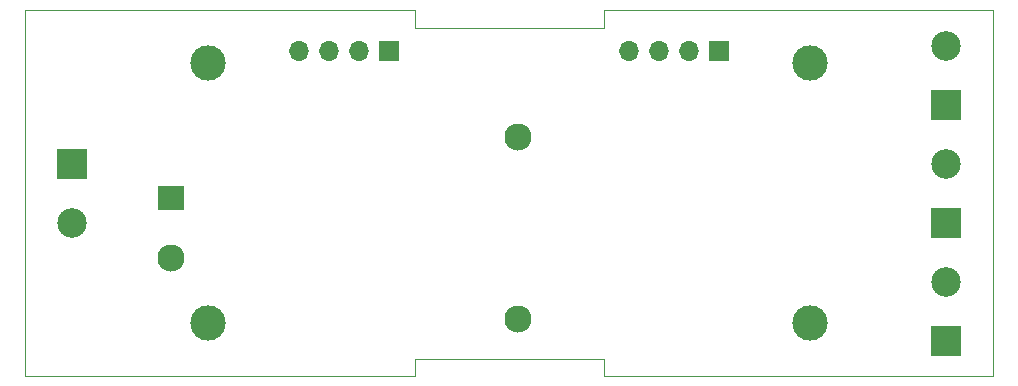
<source format=gbr>
%TF.GenerationSoftware,KiCad,Pcbnew,6.0.11-2627ca5db0~126~ubuntu20.04.1*%
%TF.CreationDate,2024-09-22T13:49:42-05:00*%
%TF.ProjectId,modbus_rtu_mirror_base_88x37x59mm,6d6f6462-7573-45f7-9274-755f6d697272,rev?*%
%TF.SameCoordinates,Original*%
%TF.FileFunction,Soldermask,Bot*%
%TF.FilePolarity,Negative*%
%FSLAX46Y46*%
G04 Gerber Fmt 4.6, Leading zero omitted, Abs format (unit mm)*
G04 Created by KiCad (PCBNEW 6.0.11-2627ca5db0~126~ubuntu20.04.1) date 2024-09-22 13:49:42*
%MOMM*%
%LPD*%
G01*
G04 APERTURE LIST*
%TA.AperFunction,Profile*%
%ADD10C,0.100000*%
%TD*%
%ADD11R,2.500000X2.500000*%
%ADD12C,2.500000*%
%ADD13R,1.700000X1.700000*%
%ADD14O,1.700000X1.700000*%
%ADD15C,3.000000*%
%ADD16R,2.300000X2.000000*%
%ADD17C,2.300000*%
G04 APERTURE END LIST*
D10*
X133000000Y-101500000D02*
X149000000Y-101500000D01*
X149000000Y-131000000D02*
X149000000Y-129500000D01*
X149000000Y-100000000D02*
X149000000Y-101500000D01*
X133000000Y-129500000D02*
X149000000Y-129500000D01*
X100000000Y-100000000D02*
X100000000Y-131000000D01*
X100000000Y-131000000D02*
X133000000Y-131000000D01*
X182000000Y-100000000D02*
X182000000Y-131000000D01*
X149000000Y-131000000D02*
X182000000Y-131000000D01*
X100000000Y-100000000D02*
X133000000Y-100000000D01*
X133000000Y-100000000D02*
X133000000Y-101500000D01*
X133000000Y-131000000D02*
X133000000Y-129500000D01*
X149000000Y-100000000D02*
X182000000Y-100000000D01*
D11*
%TO.C,J3*%
X178000000Y-118000000D03*
D12*
X178000000Y-113000000D03*
%TD*%
D11*
%TO.C,J2*%
X178000000Y-128000000D03*
D12*
X178000000Y-123000000D03*
%TD*%
D13*
%TO.C,J5*%
X158780000Y-103505000D03*
D14*
X156240000Y-103505000D03*
X153700000Y-103505000D03*
X151160000Y-103505000D03*
%TD*%
D15*
%TO.C,MH03*%
X166500000Y-126500000D03*
%TD*%
%TO.C,MH02*%
X166500000Y-104500000D03*
%TD*%
D11*
%TO.C,J1*%
X104000000Y-113000000D03*
D12*
X104000000Y-118000000D03*
%TD*%
D11*
%TO.C,J4*%
X178000000Y-108000000D03*
D12*
X178000000Y-103000000D03*
%TD*%
D16*
%TO.C,PS1*%
X112395000Y-115951000D03*
D17*
X112395000Y-120951000D03*
X141795000Y-110751000D03*
X141795000Y-126151000D03*
%TD*%
D13*
%TO.C,J6*%
X130840000Y-103505000D03*
D14*
X128300000Y-103505000D03*
X125760000Y-103505000D03*
X123220000Y-103505000D03*
%TD*%
D15*
%TO.C,MH00*%
X115500000Y-104500000D03*
%TD*%
%TO.C,MH01*%
X115500000Y-126500000D03*
%TD*%
M02*

</source>
